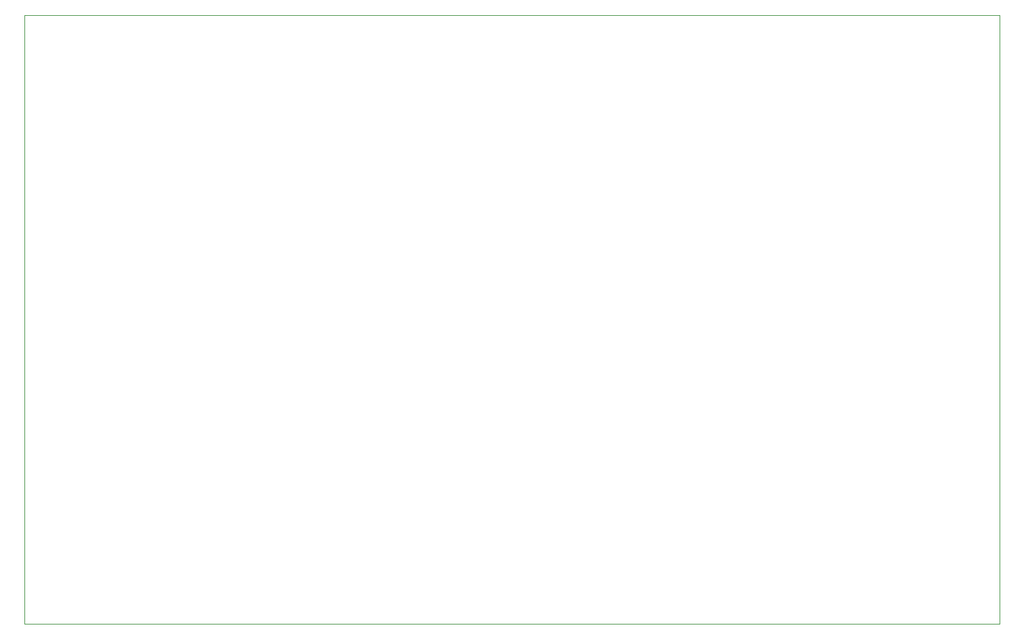
<source format=gbr>
%TF.GenerationSoftware,Altium Limited,Altium Designer,23.6.0 (18)*%
G04 Layer_Color=0*
%FSLAX45Y45*%
%MOMM*%
%TF.SameCoordinates,1BF17B70-E076-4422-95A1-EF062E3CA17A*%
%TF.FilePolarity,Positive*%
%TF.FileFunction,Profile,NP*%
%TF.Part,Single*%
G01*
G75*
%TA.AperFunction,Profile*%
%ADD109C,0.02540*%
D109*
X0Y0D02*
X12505000D01*
Y7810000D01*
X0D01*
Y0D01*
%TF.MD5,a44869e89dfb50c657c3699255658c1e*%
M02*

</source>
